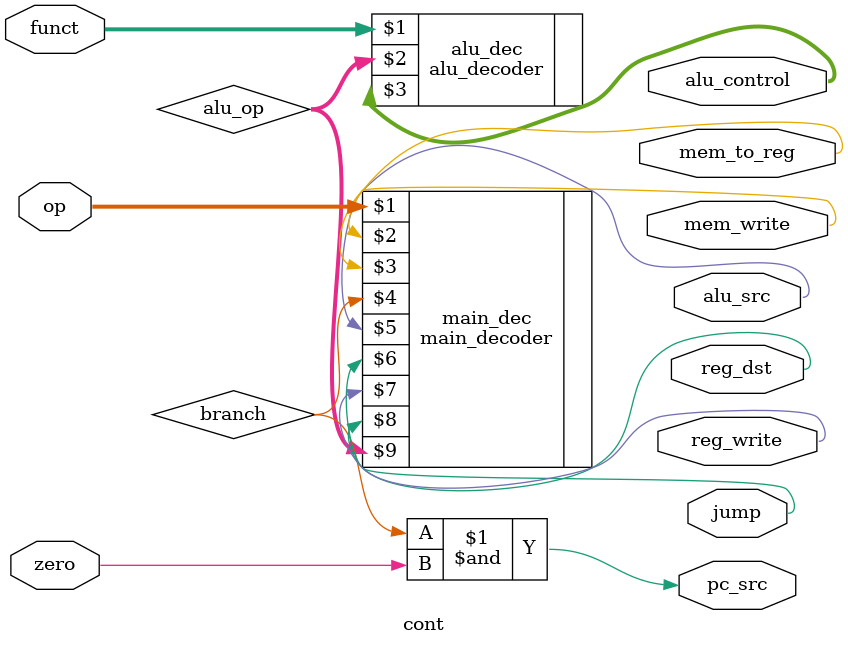
<source format=v>
`timescale 1ns / 1ps


module cont(
    input [5:0] op,funct,
    input zero,
    output mem_to_reg, mem_write,
    output pc_src, alu_src,
    output reg_dst, reg_write,
    output jump,
    output [2:0]alu_control
    );
    
    wire [1:0] alu_op;
    wire branch;
    
    main_decoder main_dec(op, mem_to_reg, mem_write, branch, alu_src, reg_dst, reg_write, jump, alu_op);
    alu_decoder alu_dec(funct, alu_op, alu_control);
    
    assign pc_src = branch & zero;
    
endmodule

</source>
